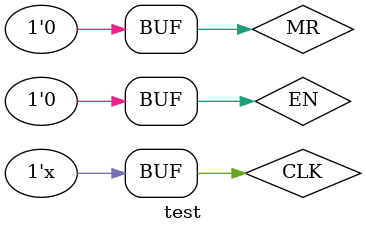
<source format=v>
`timescale 1ns / 1ps


module test;

	// Inputs
	reg MR;
	reg EN;
	reg CLK;

	// Outputs
	wire [3:0] Q;
	wire CO;
	
	always
	 #50CLK=~CLK;
	// Instantiate the Unit Under Test (UUT)
	demo12 uut (
		.MR(MR), 
		.EN(EN), 
		.CLK(CLK), 
		.Q(Q), 
		.CO(CO)
	);

	initial begin
		// Initialize Inputs
		MR = 0;
		EN = 0;
		CLK = 0;

		// Wait 100 ns for global reset to finish
		#100;
        
		// Add stimulus here
		MR = 1;
		EN = 0;
		

		// Wait 100 ns for global reset to finish
		#100;
		MR = 1;
		EN = 1;
		

		// Wait 100 ns for global reset to finish
		#100;
		MR = 1;
		EN = 0;
		
		// Wait 100 ns for global reset to finish
		#100;
		MR = 1;
		EN = 1;
		

		// Wait 100 ns for global reset to finish
		#100;
		MR = 1;
		EN = 1;
		
		#100
		// Wait 100 ns for global reset to finish
		MR = 1;
		EN = 1;
		#100
		MR = 1;
		EN = 1;
		#100
		MR = 0;
		EN = 0;

	end
      
endmodule



</source>
